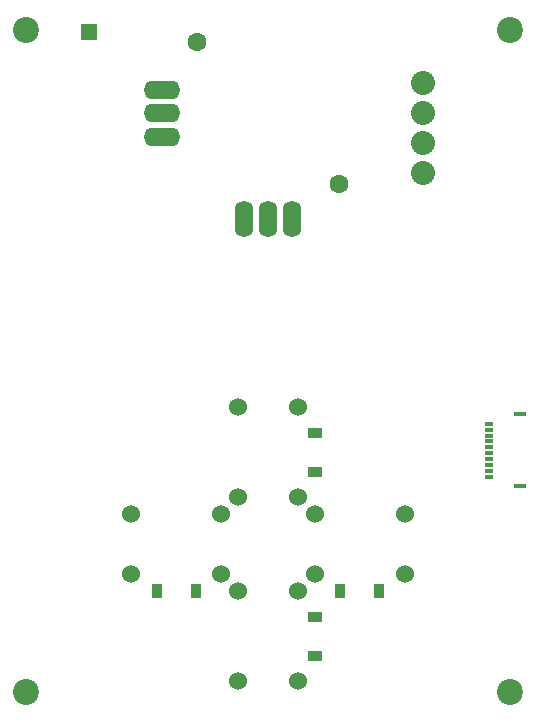
<source format=gbr>
%TF.GenerationSoftware,KiCad,Pcbnew,(6.0.4)*%
%TF.CreationDate,2022-10-14T21:27:48-05:00*%
%TF.ProjectId,Joystick-DPAD,4a6f7973-7469-4636-9b2d-445041442e6b,rev?*%
%TF.SameCoordinates,Original*%
%TF.FileFunction,Soldermask,Bot*%
%TF.FilePolarity,Negative*%
%FSLAX46Y46*%
G04 Gerber Fmt 4.6, Leading zero omitted, Abs format (unit mm)*
G04 Created by KiCad (PCBNEW (6.0.4)) date 2022-10-14 21:27:48*
%MOMM*%
%LPD*%
G01*
G04 APERTURE LIST*
%ADD10C,2.200000*%
%ADD11C,1.600000*%
%ADD12O,1.601600X3.101600*%
%ADD13O,3.101600X1.601600*%
%ADD14R,1.350000X1.350000*%
%ADD15C,2.032000*%
%ADD16R,0.700000X0.300000*%
%ADD17R,1.000000X0.300000*%
%ADD18C,1.524000*%
%ADD19R,1.200000X0.900000*%
%ADD20R,0.900000X1.200000*%
G04 APERTURE END LIST*
D10*
%TO.C,REF\u002A\u002A*%
X122570000Y-137340000D03*
%TD*%
%TO.C,REF\u002A\u002A*%
X163570000Y-137340000D03*
%TD*%
%TO.C,REF\u002A\u002A*%
X163570000Y-81340000D03*
%TD*%
%TO.C,REF\u002A\u002A*%
X122570000Y-81340000D03*
%TD*%
D11*
%TO.C,JOY1*%
X149070000Y-94350000D03*
X137070000Y-82350000D03*
D12*
X143070000Y-97350000D03*
X141070000Y-97350000D03*
X145070000Y-97350000D03*
D13*
X134070000Y-88350000D03*
X134070000Y-90350000D03*
X134070000Y-86350000D03*
%TD*%
D14*
%TO.C,REF\u002A\u002A*%
X127960000Y-81470000D03*
%TD*%
D15*
%TO.C,JP1*%
X156170000Y-93430000D03*
X156170000Y-90890000D03*
X156170000Y-88350000D03*
X156170000Y-85810000D03*
%TD*%
D16*
%TO.C,J1*%
X161770000Y-114640000D03*
X161770000Y-115140000D03*
X161770000Y-115640000D03*
X161770000Y-116140000D03*
X161770000Y-116640000D03*
X161770000Y-117140000D03*
X161770000Y-117640000D03*
X161770000Y-118140000D03*
X161770000Y-118640000D03*
X161770000Y-119140000D03*
D17*
X164420000Y-113850000D03*
X164420000Y-119930000D03*
%TD*%
D18*
%TO.C,SW1*%
X131480000Y-122290000D03*
X139100000Y-122290000D03*
X139100000Y-127370000D03*
X131480000Y-127370000D03*
%TD*%
%TO.C,SW3*%
X145620000Y-136430000D03*
X145620000Y-128810000D03*
X140540000Y-128810000D03*
X140540000Y-136430000D03*
%TD*%
%TO.C,SW4*%
X147050000Y-127380000D03*
X154670000Y-127380000D03*
X147050000Y-122300000D03*
X154670000Y-122300000D03*
%TD*%
%TO.C,SW2*%
X140540000Y-113240000D03*
X140540000Y-120860000D03*
X145620000Y-120860000D03*
X145620000Y-113240000D03*
%TD*%
D19*
%TO.C,D3*%
X147080000Y-134270000D03*
X147080000Y-130970000D03*
%TD*%
%TO.C,D2*%
X147080000Y-118700000D03*
X147080000Y-115400000D03*
%TD*%
D20*
%TO.C,D4*%
X149210000Y-128840000D03*
X152510000Y-128840000D03*
%TD*%
%TO.C,D1*%
X133640000Y-128830000D03*
X136940000Y-128830000D03*
%TD*%
M02*

</source>
